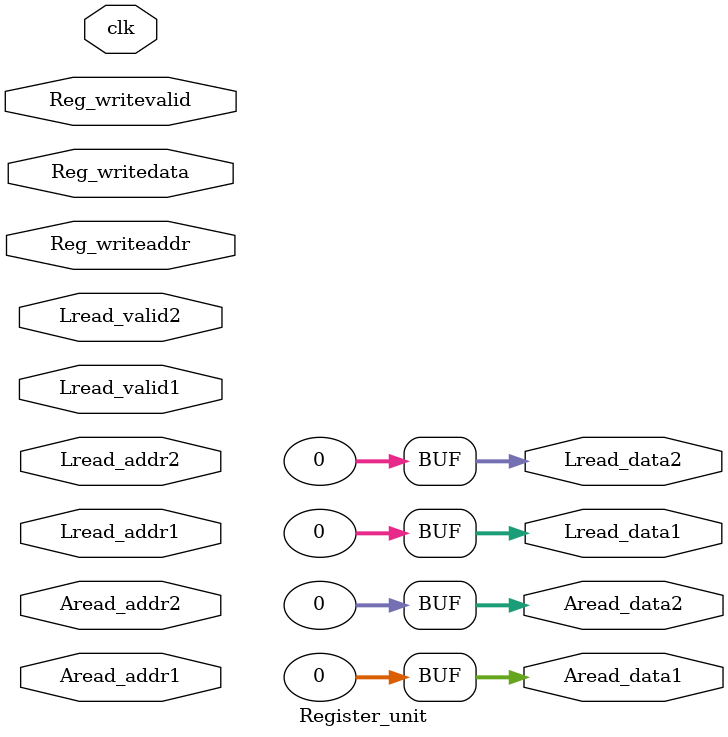
<source format=sv>
`timescale 1ns / 1ps


module Register_unit(
    input  logic clk,
    output logic [31:0]  Aread_data1,
    output logic [31:0]  Aread_data2,
    input  logic [ 4:0]  Aread_addr1,
    input  logic [ 4:0]  Aread_addr2,
    output logic [31:0]  Lread_data1,
    output logic [31:0]  Lread_data2,
    input  logic [ 4:0]  Lread_addr1,
    input  logic [ 4:0]  Lread_addr2,
    input  logic         Lread_valid1,
    input  logic         Lread_valid2,
    input  logic [ 4:0]  Reg_writeaddr,
    input  logic [31:0]  Reg_writedata,
    input  logic         Reg_writevalid 
    );
    
    logic RegWrite;
    logic [ 4:0] readaddr1,readaddr2,writeaddr;
    logic [31:0] writedata, readdata1,readdata2;
    
    always_comb begin
        RegWrite = 0;
        Aread_data1 = 0;
        Aread_data2 = 0;
        Lread_data1 = 0;
        Lread_data2 = 0;

        if (Reg_writevalid) begin
            RegWrite = 1;
            writeaddr = Reg_writeaddr;
            writedata = Reg_writedata;
        end
    
    end
    
    
    
    RegisterFile rf(
        .clk(clk),
        .RegWrite(RegWrite),
        .readaddr1(readaddr1),
        .readaddr2(readaddr2),
        .writeaddr(writeaddr),
        .writedata(writedata),
        .readdata1(readdata1),
        .readdata2(readdata2)
    );
endmodule

</source>
